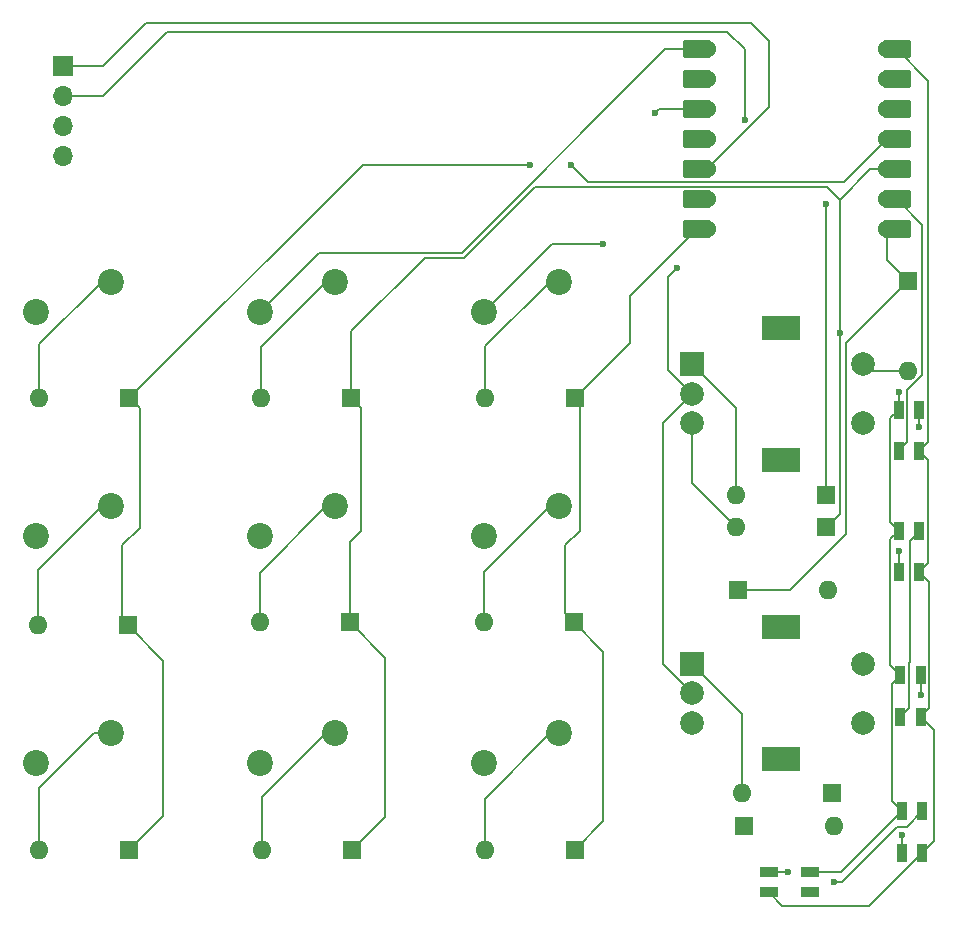
<source format=gtl>
G04 #@! TF.GenerationSoftware,KiCad,Pcbnew,9.0.7*
G04 #@! TF.CreationDate,2026-02-07T16:10:57+01:00*
G04 #@! TF.ProjectId,keyboard,6b657962-6f61-4726-942e-6b696361645f,rev?*
G04 #@! TF.SameCoordinates,Original*
G04 #@! TF.FileFunction,Copper,L1,Top*
G04 #@! TF.FilePolarity,Positive*
%FSLAX46Y46*%
G04 Gerber Fmt 4.6, Leading zero omitted, Abs format (unit mm)*
G04 Created by KiCad (PCBNEW 9.0.7) date 2026-02-07 16:10:57*
%MOMM*%
%LPD*%
G01*
G04 APERTURE LIST*
G04 Aperture macros list*
%AMRoundRect*
0 Rectangle with rounded corners*
0 $1 Rounding radius*
0 $2 $3 $4 $5 $6 $7 $8 $9 X,Y pos of 4 corners*
0 Add a 4 corners polygon primitive as box body*
4,1,4,$2,$3,$4,$5,$6,$7,$8,$9,$2,$3,0*
0 Add four circle primitives for the rounded corners*
1,1,$1+$1,$2,$3*
1,1,$1+$1,$4,$5*
1,1,$1+$1,$6,$7*
1,1,$1+$1,$8,$9*
0 Add four rect primitives between the rounded corners*
20,1,$1+$1,$2,$3,$4,$5,0*
20,1,$1+$1,$4,$5,$6,$7,0*
20,1,$1+$1,$6,$7,$8,$9,0*
20,1,$1+$1,$8,$9,$2,$3,0*%
G04 Aperture macros list end*
G04 #@! TA.AperFunction,ComponentPad*
%ADD10R,2.000000X2.000000*%
G04 #@! TD*
G04 #@! TA.AperFunction,ComponentPad*
%ADD11C,2.000000*%
G04 #@! TD*
G04 #@! TA.AperFunction,ComponentPad*
%ADD12R,3.200000X2.000000*%
G04 #@! TD*
G04 #@! TA.AperFunction,ComponentPad*
%ADD13C,2.200000*%
G04 #@! TD*
G04 #@! TA.AperFunction,SMDPad,CuDef*
%ADD14R,0.850000X1.600000*%
G04 #@! TD*
G04 #@! TA.AperFunction,ComponentPad*
%ADD15R,1.700000X1.700000*%
G04 #@! TD*
G04 #@! TA.AperFunction,ComponentPad*
%ADD16O,1.700000X1.700000*%
G04 #@! TD*
G04 #@! TA.AperFunction,SMDPad,CuDef*
%ADD17R,1.600000X0.850000*%
G04 #@! TD*
G04 #@! TA.AperFunction,SMDPad,CuDef*
%ADD18RoundRect,0.152400X1.063600X0.609600X-1.063600X0.609600X-1.063600X-0.609600X1.063600X-0.609600X0*%
G04 #@! TD*
G04 #@! TA.AperFunction,ComponentPad*
%ADD19C,1.524000*%
G04 #@! TD*
G04 #@! TA.AperFunction,SMDPad,CuDef*
%ADD20RoundRect,0.152400X-1.063600X-0.609600X1.063600X-0.609600X1.063600X0.609600X-1.063600X0.609600X0*%
G04 #@! TD*
G04 #@! TA.AperFunction,ComponentPad*
%ADD21R,1.600000X1.600000*%
G04 #@! TD*
G04 #@! TA.AperFunction,ComponentPad*
%ADD22O,1.600000X1.600000*%
G04 #@! TD*
G04 #@! TA.AperFunction,ViaPad*
%ADD23C,0.600000*%
G04 #@! TD*
G04 #@! TA.AperFunction,Conductor*
%ADD24C,0.200000*%
G04 #@! TD*
G04 APERTURE END LIST*
D10*
G04 #@! TO.P,SW11,A,A*
G04 #@! TO.N,Net-(D13-A)*
X181250000Y-79500000D03*
D11*
G04 #@! TO.P,SW11,B,B*
G04 #@! TO.N,Net-(D14-A)*
X181250000Y-84500000D03*
G04 #@! TO.P,SW11,C,C*
G04 #@! TO.N,C4*
X181250000Y-82000000D03*
D12*
G04 #@! TO.P,SW11,MP*
G04 #@! TO.N,N/C*
X188750000Y-76400000D03*
X188750000Y-87600000D03*
D11*
G04 #@! TO.P,SW11,S1,S1*
G04 #@! TO.N,C2*
X195750000Y-84500000D03*
G04 #@! TO.P,SW11,S2,S2*
G04 #@! TO.N,Net-(D15-A)*
X195750000Y-79500000D03*
G04 #@! TD*
D13*
G04 #@! TO.P,SW4,1,1*
G04 #@! TO.N,Net-(D2-A)*
X132040000Y-85420000D03*
G04 #@! TO.P,SW4,2,2*
G04 #@! TO.N,C3*
X125690000Y-87960000D03*
G04 #@! TD*
G04 #@! TO.P,SW9,1,1*
G04 #@! TO.N,Net-(D5-A)*
X170000000Y-66170000D03*
G04 #@! TO.P,SW9,2,2*
G04 #@! TO.N,C2*
X163650000Y-68710000D03*
G04 #@! TD*
D14*
G04 #@! TO.P,D17,1,DOUT*
G04 #@! TO.N,Net-(D17-DOUT)*
X200500000Y-68250000D03*
G04 #@! TO.P,D17,2,VSS*
G04 #@! TO.N,GND*
X198750000Y-68250000D03*
G04 #@! TO.P,D17,3,DIN*
G04 #@! TO.N,Net-(D16-DOUT)*
X198750000Y-71750000D03*
G04 #@! TO.P,D17,4,VDD*
G04 #@! TO.N,5V*
X200500000Y-71750000D03*
G04 #@! TD*
D15*
G04 #@! TO.P,J1,1,Pin_1*
G04 #@! TO.N,SDA*
X128000000Y-28880000D03*
D16*
G04 #@! TO.P,J1,2,Pin_2*
G04 #@! TO.N,SCL*
X128000000Y-31420000D03*
G04 #@! TO.P,J1,3,Pin_3*
G04 #@! TO.N,3V3*
X128000000Y-33960000D03*
G04 #@! TO.P,J1,4,Pin_4*
G04 #@! TO.N,GND*
X128000000Y-36500000D03*
G04 #@! TD*
D17*
G04 #@! TO.P,D20,1,DOUT*
G04 #@! TO.N,unconnected-(D20-DOUT-Pad1)*
X191250000Y-98875000D03*
G04 #@! TO.P,D20,2,VSS*
G04 #@! TO.N,GND*
X191250000Y-97125000D03*
G04 #@! TO.P,D20,3,DIN*
G04 #@! TO.N,Net-(D19-DOUT)*
X187750000Y-97125000D03*
G04 #@! TO.P,D20,4,VDD*
G04 #@! TO.N,5V*
X187750000Y-98875000D03*
G04 #@! TD*
D18*
G04 #@! TO.P,U1,1,GPIO26/ADC0/A0*
G04 #@! TO.N,C1*
X181665000Y-27510000D03*
D19*
X182500000Y-27510000D03*
D18*
G04 #@! TO.P,U1,2,GPIO27/ADC1/A1*
G04 #@! TO.N,C2*
X181665000Y-30050000D03*
D19*
X182500000Y-30050000D03*
D18*
G04 #@! TO.P,U1,3,GPIO28/ADC2/A2*
G04 #@! TO.N,C3*
X181665000Y-32590000D03*
D19*
X182500000Y-32590000D03*
D18*
G04 #@! TO.P,U1,4,GPIO29/ADC3/A3*
G04 #@! TO.N,C4*
X181665000Y-35130000D03*
D19*
X182500000Y-35130000D03*
D18*
G04 #@! TO.P,U1,5,GPIO6/SDA*
G04 #@! TO.N,SDA*
X181665000Y-37670000D03*
D19*
X182500000Y-37670000D03*
D18*
G04 #@! TO.P,U1,6,GPIO7/SCL*
G04 #@! TO.N,SCL*
X181665000Y-40210000D03*
D19*
X182500000Y-40210000D03*
D18*
G04 #@! TO.P,U1,7,GPIO0/TX*
G04 #@! TO.N,R3*
X181665000Y-42750000D03*
D19*
X182500000Y-42750000D03*
G04 #@! TO.P,U1,8,GPIO1/RX*
G04 #@! TO.N,R4*
X197740000Y-42750000D03*
D20*
X198575000Y-42750000D03*
D19*
G04 #@! TO.P,U1,9,GPIO2/SCK*
G04 #@! TO.N,SCK*
X197740000Y-40210000D03*
D20*
X198575000Y-40210000D03*
D19*
G04 #@! TO.P,U1,10,GPIO4/MISO*
G04 #@! TO.N,R2*
X197740000Y-37670000D03*
D20*
X198575000Y-37670000D03*
D19*
G04 #@! TO.P,U1,11,GPIO3/MOSI*
G04 #@! TO.N,R1*
X197740000Y-35130000D03*
D20*
X198575000Y-35130000D03*
D19*
G04 #@! TO.P,U1,12,3V3*
G04 #@! TO.N,3V3*
X197740000Y-32590000D03*
D20*
X198575000Y-32590000D03*
D19*
G04 #@! TO.P,U1,13,GND*
G04 #@! TO.N,GND*
X197740000Y-30050000D03*
D20*
X198575000Y-30050000D03*
D19*
G04 #@! TO.P,U1,14,VBUS*
G04 #@! TO.N,5V*
X197740000Y-27510000D03*
D20*
X198575000Y-27510000D03*
G04 #@! TD*
D13*
G04 #@! TO.P,SW2,1,1*
G04 #@! TO.N,Net-(D9-A)*
X132040000Y-47170000D03*
G04 #@! TO.P,SW2,2,2*
G04 #@! TO.N,C1*
X125690000Y-49710000D03*
G04 #@! TD*
D14*
G04 #@! TO.P,D19,1,DOUT*
G04 #@! TO.N,Net-(D19-DOUT)*
X200750000Y-92000000D03*
G04 #@! TO.P,D19,2,VSS*
G04 #@! TO.N,GND*
X199000000Y-92000000D03*
G04 #@! TO.P,D19,3,DIN*
G04 #@! TO.N,Net-(D18-DOUT)*
X199000000Y-95500000D03*
G04 #@! TO.P,D19,4,VDD*
G04 #@! TO.N,5V*
X200750000Y-95500000D03*
G04 #@! TD*
D13*
G04 #@! TO.P,SW3,1,1*
G04 #@! TO.N,Net-(D1-A)*
X132040000Y-66170000D03*
G04 #@! TO.P,SW3,2,2*
G04 #@! TO.N,C2*
X125690000Y-68710000D03*
G04 #@! TD*
D14*
G04 #@! TO.P,D16,1,DOUT*
G04 #@! TO.N,Net-(D16-DOUT)*
X200500000Y-58000000D03*
G04 #@! TO.P,D16,2,VSS*
G04 #@! TO.N,GND*
X198750000Y-58000000D03*
G04 #@! TO.P,D16,3,DIN*
G04 #@! TO.N,SCK*
X198750000Y-61500000D03*
G04 #@! TO.P,D16,4,VDD*
G04 #@! TO.N,5V*
X200500000Y-61500000D03*
G04 #@! TD*
D13*
G04 #@! TO.P,SW10,1,1*
G04 #@! TO.N,Net-(D4-A)*
X170000000Y-85420000D03*
G04 #@! TO.P,SW10,2,2*
G04 #@! TO.N,C3*
X163650000Y-87960000D03*
G04 #@! TD*
D10*
G04 #@! TO.P,SW1,A,A*
G04 #@! TO.N,Net-(D10-A)*
X181250000Y-54150000D03*
D11*
G04 #@! TO.P,SW1,B,B*
G04 #@! TO.N,Net-(D11-A)*
X181250000Y-59150000D03*
G04 #@! TO.P,SW1,C,C*
G04 #@! TO.N,C4*
X181250000Y-56650000D03*
D12*
G04 #@! TO.P,SW1,MP*
G04 #@! TO.N,N/C*
X188750000Y-51050000D03*
X188750000Y-62250000D03*
D11*
G04 #@! TO.P,SW1,S1,S1*
G04 #@! TO.N,C1*
X195750000Y-59150000D03*
G04 #@! TO.P,SW1,S2,S2*
G04 #@! TO.N,Net-(D12-A)*
X195750000Y-54150000D03*
G04 #@! TD*
D13*
G04 #@! TO.P,SW8,1,1*
G04 #@! TO.N,Net-(D6-A)*
X170000000Y-47170000D03*
G04 #@! TO.P,SW8,2,2*
G04 #@! TO.N,C1*
X163650000Y-49710000D03*
G04 #@! TD*
G04 #@! TO.P,SW7,1,1*
G04 #@! TO.N,Net-(D3-A)*
X151040000Y-85420000D03*
G04 #@! TO.P,SW7,2,2*
G04 #@! TO.N,C3*
X144690000Y-87960000D03*
G04 #@! TD*
D14*
G04 #@! TO.P,D18,1,DOUT*
G04 #@! TO.N,Net-(D18-DOUT)*
X200625000Y-80500000D03*
G04 #@! TO.P,D18,2,VSS*
G04 #@! TO.N,GND*
X198875000Y-80500000D03*
G04 #@! TO.P,D18,3,DIN*
G04 #@! TO.N,Net-(D17-DOUT)*
X198875000Y-84000000D03*
G04 #@! TO.P,D18,4,VDD*
G04 #@! TO.N,5V*
X200625000Y-84000000D03*
G04 #@! TD*
D13*
G04 #@! TO.P,SW6,1,1*
G04 #@! TO.N,Net-(D8-A)*
X151040000Y-66170000D03*
G04 #@! TO.P,SW6,2,2*
G04 #@! TO.N,C2*
X144690000Y-68710000D03*
G04 #@! TD*
G04 #@! TO.P,SW5,1,1*
G04 #@! TO.N,Net-(D7-A)*
X151040000Y-47170000D03*
G04 #@! TO.P,SW5,2,2*
G04 #@! TO.N,C1*
X144690000Y-49710000D03*
G04 #@! TD*
D21*
G04 #@! TO.P,D1,1,K*
G04 #@! TO.N,R1*
X133500000Y-76250000D03*
D22*
G04 #@! TO.P,D1,2,A*
G04 #@! TO.N,Net-(D1-A)*
X125880000Y-76250000D03*
G04 #@! TD*
D21*
G04 #@! TO.P,D15,1,K*
G04 #@! TO.N,R4*
X185130000Y-73250000D03*
D22*
G04 #@! TO.P,D15,2,A*
G04 #@! TO.N,Net-(D15-A)*
X192750000Y-73250000D03*
G04 #@! TD*
D21*
G04 #@! TO.P,D6,1,K*
G04 #@! TO.N,R3*
X171370000Y-57000000D03*
D22*
G04 #@! TO.P,D6,2,A*
G04 #@! TO.N,Net-(D6-A)*
X163750000Y-57000000D03*
G04 #@! TD*
D21*
G04 #@! TO.P,D2,1,K*
G04 #@! TO.N,R1*
X133620000Y-95250000D03*
D22*
G04 #@! TO.P,D2,2,A*
G04 #@! TO.N,Net-(D2-A)*
X126000000Y-95250000D03*
G04 #@! TD*
D21*
G04 #@! TO.P,D5,1,K*
G04 #@! TO.N,R3*
X171250000Y-76000000D03*
D22*
G04 #@! TO.P,D5,2,A*
G04 #@! TO.N,Net-(D5-A)*
X163630000Y-76000000D03*
G04 #@! TD*
D21*
G04 #@! TO.P,D14,1,K*
G04 #@! TO.N,R3*
X185630000Y-93250000D03*
D22*
G04 #@! TO.P,D14,2,A*
G04 #@! TO.N,Net-(D14-A)*
X193250000Y-93250000D03*
G04 #@! TD*
D21*
G04 #@! TO.P,D10,1,K*
G04 #@! TO.N,R1*
X192620000Y-65250000D03*
D22*
G04 #@! TO.P,D10,2,A*
G04 #@! TO.N,Net-(D10-A)*
X185000000Y-65250000D03*
G04 #@! TD*
D21*
G04 #@! TO.P,D12,1,K*
G04 #@! TO.N,R4*
X199500000Y-47130000D03*
D22*
G04 #@! TO.P,D12,2,A*
G04 #@! TO.N,Net-(D12-A)*
X199500000Y-54750000D03*
G04 #@! TD*
D21*
G04 #@! TO.P,D4,1,K*
G04 #@! TO.N,R3*
X171310000Y-95250000D03*
D22*
G04 #@! TO.P,D4,2,A*
G04 #@! TO.N,Net-(D4-A)*
X163690000Y-95250000D03*
G04 #@! TD*
D21*
G04 #@! TO.P,D7,1,K*
G04 #@! TO.N,R2*
X152370000Y-57000000D03*
D22*
G04 #@! TO.P,D7,2,A*
G04 #@! TO.N,Net-(D7-A)*
X144750000Y-57000000D03*
G04 #@! TD*
D21*
G04 #@! TO.P,D9,1,K*
G04 #@! TO.N,R1*
X133620000Y-57000000D03*
D22*
G04 #@! TO.P,D9,2,A*
G04 #@! TO.N,Net-(D9-A)*
X126000000Y-57000000D03*
G04 #@! TD*
D21*
G04 #@! TO.P,D13,1,K*
G04 #@! TO.N,R4*
X193120000Y-90500000D03*
D22*
G04 #@! TO.P,D13,2,A*
G04 #@! TO.N,Net-(D13-A)*
X185500000Y-90500000D03*
G04 #@! TD*
D21*
G04 #@! TO.P,D8,1,K*
G04 #@! TO.N,R2*
X152250000Y-76000000D03*
D22*
G04 #@! TO.P,D8,2,A*
G04 #@! TO.N,Net-(D8-A)*
X144630000Y-76000000D03*
G04 #@! TD*
D21*
G04 #@! TO.P,D3,1,K*
G04 #@! TO.N,R2*
X152500000Y-95250000D03*
D22*
G04 #@! TO.P,D3,2,A*
G04 #@! TO.N,Net-(D3-A)*
X144880000Y-95250000D03*
G04 #@! TD*
D21*
G04 #@! TO.P,D11,1,K*
G04 #@! TO.N,R2*
X192631546Y-67971381D03*
D22*
G04 #@! TO.P,D11,2,A*
G04 #@! TO.N,Net-(D11-A)*
X185011546Y-67971381D03*
G04 #@! TD*
D23*
G04 #@! TO.N,R1*
X171000000Y-37250000D03*
X167500000Y-37250000D03*
X192620000Y-40630000D03*
G04 #@! TO.N,R2*
X193750000Y-51500000D03*
G04 #@! TO.N,Net-(D16-DOUT)*
X198750000Y-70000000D03*
X200500000Y-59500000D03*
G04 #@! TO.N,GND*
X198750000Y-56500000D03*
G04 #@! TO.N,Net-(D18-DOUT)*
X199000000Y-94000000D03*
X200625000Y-82125000D03*
G04 #@! TO.N,Net-(D19-DOUT)*
X193250000Y-98000000D03*
X189375000Y-97125000D03*
G04 #@! TO.N,SCL*
X185750000Y-33500000D03*
G04 #@! TO.N,C4*
X180000000Y-46000000D03*
G04 #@! TO.N,C1*
X173750000Y-44000000D03*
G04 #@! TO.N,C3*
X178149052Y-32899052D03*
G04 #@! TD*
D24*
G04 #@! TO.N,Net-(D1-A)*
X131256598Y-66170000D02*
X132040000Y-66170000D01*
X125880000Y-76250000D02*
X125880000Y-71546598D01*
X125880000Y-71546598D02*
X131256598Y-66170000D01*
G04 #@! TO.N,R1*
X136500000Y-92370000D02*
X136500000Y-79250000D01*
X192750000Y-38732000D02*
X194138000Y-38732000D01*
X153370000Y-37250000D02*
X167500000Y-37250000D01*
X134500000Y-68000000D02*
X133000000Y-69500000D01*
X133620000Y-57000000D02*
X153370000Y-37250000D01*
X133620000Y-57000000D02*
X134500000Y-57880000D01*
X133620000Y-95250000D02*
X136500000Y-92370000D01*
X133000000Y-75750000D02*
X133500000Y-76250000D01*
X134500000Y-57880000D02*
X134500000Y-68000000D01*
X136500000Y-79250000D02*
X133500000Y-76250000D01*
X192620000Y-65250000D02*
X192620000Y-40630000D01*
X194138000Y-38732000D02*
X197740000Y-35130000D01*
X172482000Y-38732000D02*
X192750000Y-38732000D01*
X133000000Y-69500000D02*
X133000000Y-75750000D01*
X171000000Y-37250000D02*
X172482000Y-38732000D01*
G04 #@! TO.N,Net-(D2-A)*
X126000000Y-90000000D02*
X126000000Y-95250000D01*
X130580000Y-85420000D02*
X126000000Y-90000000D01*
X132040000Y-85420000D02*
X130580000Y-85420000D01*
G04 #@! TO.N,Net-(D3-A)*
X150256598Y-85420000D02*
X144880000Y-90796598D01*
X144880000Y-90796598D02*
X144880000Y-95250000D01*
X151040000Y-85420000D02*
X150256598Y-85420000D01*
G04 #@! TO.N,R2*
X155250000Y-79000000D02*
X152250000Y-76000000D01*
X193750000Y-66852927D02*
X193750000Y-51500000D01*
X153250000Y-68250000D02*
X153250000Y-57880000D01*
X192648000Y-39148000D02*
X193750000Y-40250000D01*
X152370000Y-57000000D02*
X152370000Y-51380000D01*
X161915686Y-45150000D02*
X167917686Y-39148000D01*
X167917686Y-39148000D02*
X192648000Y-39148000D01*
X152500000Y-95250000D02*
X155250000Y-92500000D01*
X155250000Y-92500000D02*
X155250000Y-79000000D01*
X152370000Y-51380000D02*
X158600000Y-45150000D01*
X192631546Y-67971381D02*
X193750000Y-66852927D01*
X193750000Y-40250000D02*
X193750000Y-41660000D01*
X153250000Y-57880000D02*
X152370000Y-57000000D01*
X158600000Y-45150000D02*
X161915686Y-45150000D01*
X196330000Y-37670000D02*
X193750000Y-40250000D01*
X152250000Y-69250000D02*
X153250000Y-68250000D01*
X197740000Y-37670000D02*
X196330000Y-37670000D01*
X152250000Y-76000000D02*
X152250000Y-69250000D01*
X193750000Y-41660000D02*
X193750000Y-51500000D01*
G04 #@! TO.N,Net-(D4-A)*
X163690000Y-90946598D02*
X163690000Y-95250000D01*
X170000000Y-85420000D02*
X169216598Y-85420000D01*
X169216598Y-85420000D02*
X163690000Y-90946598D01*
G04 #@! TO.N,R3*
X171370000Y-57000000D02*
X176000000Y-52370000D01*
X176000000Y-52370000D02*
X176000000Y-48415000D01*
X176000000Y-48415000D02*
X181665000Y-42750000D01*
X171250000Y-76000000D02*
X173740000Y-78490000D01*
X170500000Y-69500000D02*
X171750000Y-68250000D01*
X170500000Y-75250000D02*
X170500000Y-69500000D01*
X173740000Y-78490000D02*
X173740000Y-92820000D01*
X171750000Y-68250000D02*
X171750000Y-57380000D01*
X171750000Y-57380000D02*
X171370000Y-57000000D01*
X171250000Y-76000000D02*
X170500000Y-75250000D01*
X173740000Y-92820000D02*
X171310000Y-95250000D01*
G04 #@! TO.N,Net-(D5-A)*
X163630000Y-71756598D02*
X163630000Y-76000000D01*
X169216598Y-66170000D02*
X163630000Y-71756598D01*
X170000000Y-66170000D02*
X169216598Y-66170000D01*
G04 #@! TO.N,Net-(D6-A)*
X163750000Y-52636598D02*
X163750000Y-57000000D01*
X170000000Y-47170000D02*
X169216598Y-47170000D01*
X169216598Y-47170000D02*
X163750000Y-52636598D01*
G04 #@! TO.N,Net-(D7-A)*
X150256598Y-47170000D02*
X144750000Y-52676598D01*
X144750000Y-52676598D02*
X144750000Y-57000000D01*
X151040000Y-47170000D02*
X150256598Y-47170000D01*
G04 #@! TO.N,Net-(D8-A)*
X144630000Y-76000000D02*
X144630000Y-71796598D01*
X150256598Y-66170000D02*
X151040000Y-66170000D01*
X144630000Y-71796598D02*
X150256598Y-66170000D01*
G04 #@! TO.N,Net-(D9-A)*
X132040000Y-47170000D02*
X131256598Y-47170000D01*
X126000000Y-52426598D02*
X126000000Y-57000000D01*
X131256598Y-47170000D02*
X126000000Y-52426598D01*
G04 #@! TO.N,Net-(D10-A)*
X185000000Y-57900000D02*
X185000000Y-65250000D01*
X181250000Y-54150000D02*
X185000000Y-57900000D01*
G04 #@! TO.N,Net-(D11-A)*
X181250000Y-64209835D02*
X185011546Y-67971381D01*
X181250000Y-59150000D02*
X181250000Y-64209835D01*
G04 #@! TO.N,Net-(D12-A)*
X199500000Y-54750000D02*
X196350000Y-54750000D01*
X196350000Y-54750000D02*
X195750000Y-54150000D01*
G04 #@! TO.N,R4*
X189552927Y-73250000D02*
X194297808Y-68505119D01*
X194297808Y-68505119D02*
X194297808Y-52332192D01*
X197740000Y-45370000D02*
X199500000Y-47130000D01*
X194297808Y-52332192D02*
X199500000Y-47130000D01*
X197740000Y-42750000D02*
X197740000Y-45370000D01*
X185130000Y-73250000D02*
X189552927Y-73250000D01*
G04 #@! TO.N,Net-(D13-A)*
X181250000Y-79500000D02*
X185500000Y-83750000D01*
X185500000Y-83750000D02*
X185500000Y-90500000D01*
G04 #@! TO.N,5V*
X201750000Y-85125000D02*
X200625000Y-84000000D01*
X201225000Y-71025000D02*
X200500000Y-71750000D01*
X200500000Y-61500000D02*
X201250000Y-60750000D01*
X200500000Y-61500000D02*
X201225000Y-62225000D01*
X200750000Y-95500000D02*
X196250000Y-100000000D01*
X188875000Y-100000000D02*
X187750000Y-98875000D01*
X201350000Y-83275000D02*
X201350000Y-72600000D01*
X201750000Y-94500000D02*
X201750000Y-85125000D01*
X200625000Y-84000000D02*
X201350000Y-83275000D01*
X196250000Y-100000000D02*
X188875000Y-100000000D01*
X201250000Y-60750000D02*
X201250000Y-30185000D01*
X200750000Y-95500000D02*
X201750000Y-94500000D01*
X201225000Y-62225000D02*
X201225000Y-71025000D01*
X201350000Y-72600000D02*
X200500000Y-71750000D01*
X201250000Y-30185000D02*
X198575000Y-27510000D01*
G04 #@! TO.N,Net-(D16-DOUT)*
X200500000Y-58000000D02*
X200500000Y-59500000D01*
X198750000Y-71750000D02*
X198750000Y-70000000D01*
G04 #@! TO.N,GND*
X198875000Y-80500000D02*
X198025000Y-79650000D01*
X198150000Y-91150000D02*
X198150000Y-81225000D01*
X198025000Y-79650000D02*
X198025000Y-68975000D01*
X198025000Y-58713478D02*
X198025000Y-67525000D01*
X198750000Y-58000000D02*
X198750000Y-56500000D01*
X198025000Y-67525000D02*
X198750000Y-68250000D01*
X198150000Y-81225000D02*
X198875000Y-80500000D01*
X199000000Y-92000000D02*
X198150000Y-91150000D01*
X198738478Y-58000000D02*
X198025000Y-58713478D01*
X198750000Y-58000000D02*
X198738478Y-58000000D01*
X198025000Y-68975000D02*
X198750000Y-68250000D01*
X193875000Y-97125000D02*
X199000000Y-92000000D01*
X191250000Y-97125000D02*
X193875000Y-97125000D01*
G04 #@! TO.N,SCK*
X199475000Y-60775000D02*
X199475000Y-56330635D01*
X200750000Y-55055635D02*
X200750000Y-42385000D01*
X200750000Y-42385000D02*
X198575000Y-40210000D01*
X198750000Y-61500000D02*
X199475000Y-60775000D01*
X199475000Y-56330635D02*
X200750000Y-55055635D01*
G04 #@! TO.N,Net-(D17-DOUT)*
X199663544Y-69086456D02*
X199663544Y-79336456D01*
X199663544Y-79336456D02*
X199600000Y-79400000D01*
X199600000Y-79400000D02*
X199600000Y-83275000D01*
X199600000Y-83275000D02*
X198875000Y-84000000D01*
X200500000Y-68250000D02*
X199663544Y-69086456D01*
G04 #@! TO.N,Net-(D18-DOUT)*
X199000000Y-94000000D02*
X199000000Y-95500000D01*
X200625000Y-80500000D02*
X200625000Y-82125000D01*
G04 #@! TO.N,Net-(D19-DOUT)*
X189375000Y-97125000D02*
X187750000Y-97125000D01*
X193950000Y-98000000D02*
X193250000Y-98000000D01*
X199428595Y-93321405D02*
X198628595Y-93321405D01*
X200750000Y-92000000D02*
X199428595Y-93321405D01*
X198628595Y-93321405D02*
X193950000Y-98000000D01*
G04 #@! TO.N,SCL*
X185750000Y-27500000D02*
X184250000Y-26000000D01*
X131370000Y-31420000D02*
X128000000Y-31420000D01*
X136790000Y-26000000D02*
X131370000Y-31420000D01*
X184250000Y-26000000D02*
X136790000Y-26000000D01*
X185750000Y-33500000D02*
X185750000Y-27500000D01*
G04 #@! TO.N,SDA*
X186250000Y-25250000D02*
X187750000Y-26750000D01*
X187750000Y-32420000D02*
X182500000Y-37670000D01*
X135000000Y-25250000D02*
X186250000Y-25250000D01*
X181245000Y-37250000D02*
X181665000Y-37670000D01*
X187750000Y-26750000D02*
X187750000Y-32420000D01*
X128000000Y-28880000D02*
X131370000Y-28880000D01*
X131370000Y-28880000D02*
X135000000Y-25250000D01*
G04 #@! TO.N,C4*
X178750000Y-79500000D02*
X178750000Y-59150000D01*
X181250000Y-56650000D02*
X179250000Y-54650000D01*
X181250000Y-82000000D02*
X178750000Y-79500000D01*
X178750000Y-59150000D02*
X181250000Y-56650000D01*
X179250000Y-46750000D02*
X180000000Y-46000000D01*
X180000000Y-46000000D02*
X179950000Y-46050000D01*
X179250000Y-54650000D02*
X179250000Y-46750000D01*
G04 #@! TO.N,C1*
X149650000Y-44750000D02*
X144690000Y-49710000D01*
X182500000Y-27510000D02*
X178990000Y-27510000D01*
X163650000Y-49710000D02*
X169360000Y-44000000D01*
X178990000Y-27510000D02*
X161750000Y-44750000D01*
X161750000Y-44750000D02*
X149650000Y-44750000D01*
X169360000Y-44000000D02*
X173750000Y-44000000D01*
G04 #@! TO.N,C3*
X178458104Y-32590000D02*
X178149052Y-32899052D01*
X181665000Y-32590000D02*
X178458104Y-32590000D01*
G04 #@! TD*
M02*

</source>
